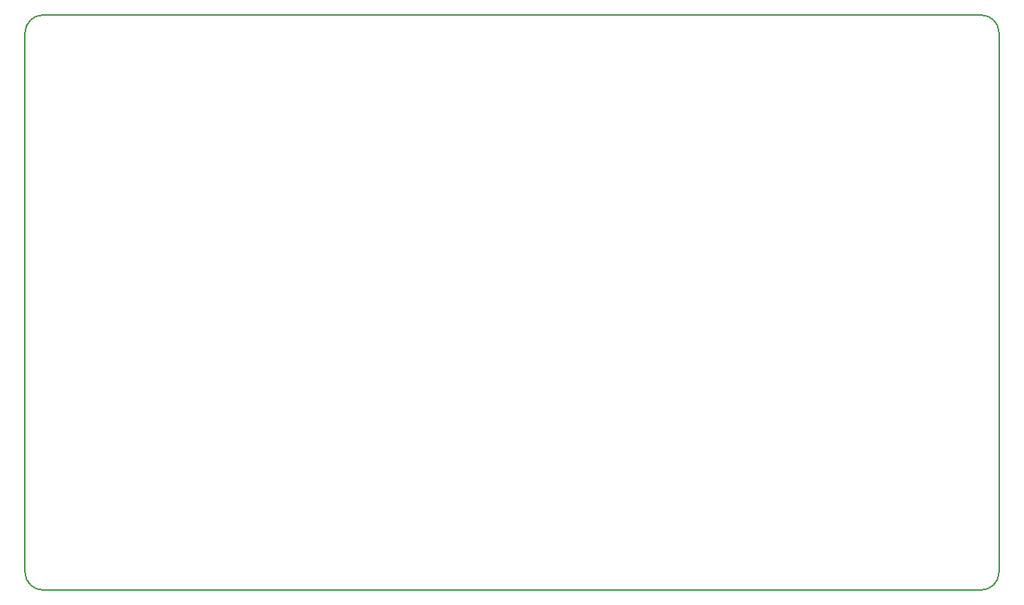
<source format=gbr>
%TF.GenerationSoftware,KiCad,Pcbnew,(5.1.10-1-10_14)*%
%TF.CreationDate,2022-01-10T15:26:04+01:00*%
%TF.ProjectId,E16 BMS Master,45313620-424d-4532-904d-61737465722e,rev?*%
%TF.SameCoordinates,Original*%
%TF.FileFunction,Profile,NP*%
%FSLAX46Y46*%
G04 Gerber Fmt 4.6, Leading zero omitted, Abs format (unit mm)*
G04 Created by KiCad (PCBNEW (5.1.10-1-10_14)) date 2022-01-10 15:26:04*
%MOMM*%
%LPD*%
G01*
G04 APERTURE LIST*
%TA.AperFunction,Profile*%
%ADD10C,0.150000*%
%TD*%
G04 APERTURE END LIST*
D10*
X102000000Y-165000000D02*
G75*
G02*
X100000000Y-163000000I0J2000000D01*
G01*
X210000000Y-163000000D02*
G75*
G02*
X208000000Y-165000000I-2000000J0D01*
G01*
X208000000Y-100000000D02*
G75*
G02*
X210000000Y-102000000I0J-2000000D01*
G01*
X100000000Y-102000000D02*
G75*
G02*
X102000000Y-100000000I2000000J0D01*
G01*
X100000000Y-102000000D02*
X100000000Y-163000000D01*
X208000000Y-165000000D02*
X102000000Y-165000000D01*
X210000000Y-102000000D02*
X210000000Y-163000000D01*
X102000000Y-100000000D02*
X208000000Y-100000000D01*
M02*

</source>
